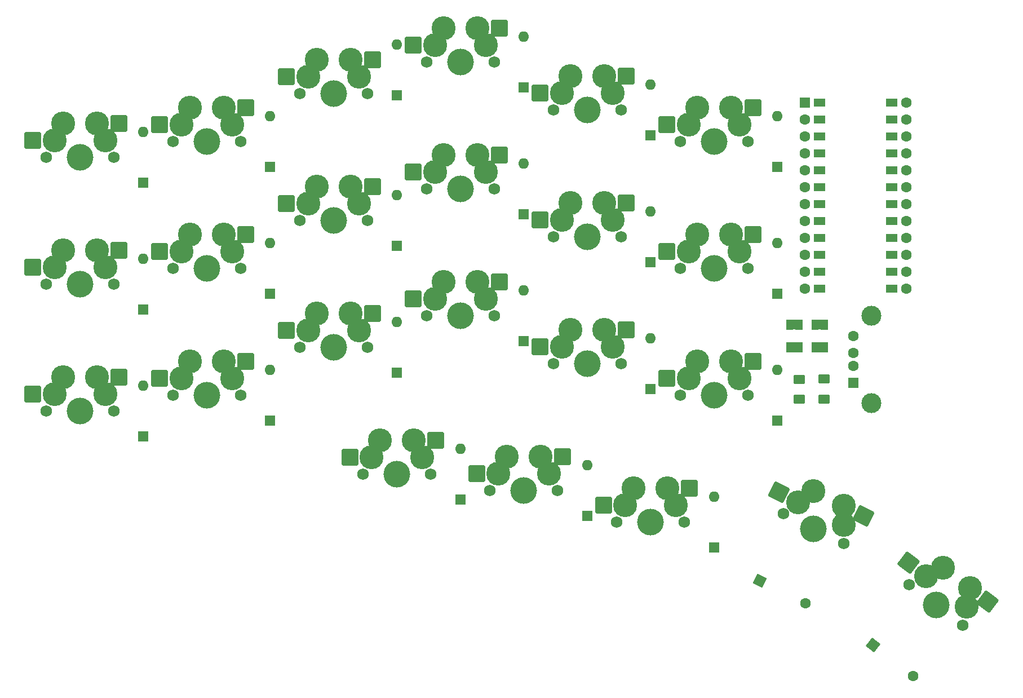
<source format=gbr>
%TF.GenerationSoftware,KiCad,Pcbnew,9.0.2*%
%TF.CreationDate,2025-06-30T19:49:53-10:00*%
%TF.ProjectId,jug,6a75672e-6b69-4636-9164-5f7063625858,rev?*%
%TF.SameCoordinates,Original*%
%TF.FileFunction,Soldermask,Bot*%
%TF.FilePolarity,Negative*%
%FSLAX46Y46*%
G04 Gerber Fmt 4.6, Leading zero omitted, Abs format (unit mm)*
G04 Created by KiCad (PCBNEW 9.0.2) date 2025-06-30 19:49:53*
%MOMM*%
%LPD*%
G01*
G04 APERTURE LIST*
G04 Aperture macros list*
%AMRoundRect*
0 Rectangle with rounded corners*
0 $1 Rounding radius*
0 $2 $3 $4 $5 $6 $7 $8 $9 X,Y pos of 4 corners*
0 Add a 4 corners polygon primitive as box body*
4,1,4,$2,$3,$4,$5,$6,$7,$8,$9,$2,$3,0*
0 Add four circle primitives for the rounded corners*
1,1,$1+$1,$2,$3*
1,1,$1+$1,$4,$5*
1,1,$1+$1,$6,$7*
1,1,$1+$1,$8,$9*
0 Add four rect primitives between the rounded corners*
20,1,$1+$1,$2,$3,$4,$5,0*
20,1,$1+$1,$4,$5,$6,$7,0*
20,1,$1+$1,$6,$7,$8,$9,0*
20,1,$1+$1,$8,$9,$2,$3,0*%
%AMHorizOval*
0 Thick line with rounded ends*
0 $1 width*
0 $2 $3 position (X,Y) of the first rounded end (center of the circle)*
0 $4 $5 position (X,Y) of the second rounded end (center of the circle)*
0 Add line between two ends*
20,1,$1,$2,$3,$4,$5,0*
0 Add two circle primitives to create the rounded ends*
1,1,$1,$2,$3*
1,1,$1,$4,$5*%
%AMRotRect*
0 Rectangle, with rotation*
0 The origin of the aperture is its center*
0 $1 length*
0 $2 width*
0 $3 Rotation angle, in degrees counterclockwise*
0 Add horizontal line*
21,1,$1,$2,0,0,$3*%
%AMFreePoly0*
4,1,6,0.600000,-0.200000,0.600000,-0.400000,-0.600000,-0.400000,-0.600000,-0.200000,0.000000,0.400000,0.600000,-0.200000,0.600000,-0.200000,$1*%
%AMFreePoly1*
4,1,6,0.600000,-1.000000,0.000000,-0.400000,-0.600000,-1.000000,-0.600000,0.250000,0.600000,0.250000,0.600000,-1.000000,0.600000,-1.000000,$1*%
%AMFreePoly2*
4,1,6,1.000000,0.000000,0.500000,-0.750000,-0.500000,-0.750000,-0.500000,0.750000,0.500000,0.750000,1.000000,0.000000,1.000000,0.000000,$1*%
%AMFreePoly3*
4,1,6,0.500000,-0.750000,-0.650000,-0.750000,-0.150000,0.000000,-0.650000,0.750000,0.500000,0.750000,0.500000,-0.750000,0.500000,-0.750000,$1*%
G04 Aperture macros list end*
%ADD10C,0.200000*%
%ADD11C,0.000000*%
%ADD12RoundRect,0.250001X0.624999X-0.462499X0.624999X0.462499X-0.624999X0.462499X-0.624999X-0.462499X0*%
%ADD13RoundRect,0.250000X-1.025000X-1.000000X1.025000X-1.000000X1.025000X1.000000X-1.025000X1.000000X0*%
%ADD14C,1.750000*%
%ADD15C,4.000000*%
%ADD16C,3.600000*%
%ADD17RoundRect,0.250000X-1.363506X-0.437582X0.471110X-1.352287X1.363506X0.437582X-0.471110X1.352287X0*%
%ADD18RoundRect,0.250000X-1.421196X-0.175576X0.210608X-1.416428X1.421196X0.175576X-0.210608X1.416428X0*%
%ADD19R,1.600000X1.600000*%
%ADD20O,1.600000X1.600000*%
%ADD21C,1.600000*%
%ADD22FreePoly0,90.000000*%
%ADD23FreePoly0,270.000000*%
%ADD24FreePoly1,90.000000*%
%ADD25FreePoly1,270.000000*%
%ADD26FreePoly2,0.000000*%
%ADD27FreePoly3,0.000000*%
%ADD28C,3.000000*%
%ADD29R,1.500000X1.600000*%
%ADD30HorizOval,1.600000X0.000000X0.000000X0.000000X0.000000X0*%
%ADD31HorizOval,1.600000X0.000000X0.000000X0.000000X0.000000X0*%
%ADD32RotRect,1.600000X1.600000X153.500000*%
%ADD33RotRect,1.600000X1.600000X333.500000*%
%ADD34HorizOval,1.600000X0.000000X0.000000X0.000000X0.000000X0*%
%ADD35HorizOval,1.600000X0.000000X0.000000X0.000000X0.000000X0*%
%ADD36RotRect,1.600000X1.600000X322.250000*%
%ADD37RotRect,1.600000X1.600000X142.250000*%
G04 APERTURE END LIST*
D10*
%TO.C,U2*%
X178140000Y-32768000D02*
X177124001Y-32768000D01*
X177124000Y-31752000D01*
X178140001Y-31752000D01*
X178140000Y-32768000D01*
G36*
X178140000Y-32768000D02*
G01*
X177124001Y-32768000D01*
X177124000Y-31752000D01*
X178140001Y-31752000D01*
X178140000Y-32768000D01*
G37*
X178140000Y-35308000D02*
X177124000Y-35308000D01*
X177124000Y-34292000D01*
X178140000Y-34292000D01*
X178140000Y-35308000D01*
G36*
X178140000Y-35308000D02*
G01*
X177124000Y-35308000D01*
X177124000Y-34292000D01*
X178140000Y-34292000D01*
X178140000Y-35308000D01*
G37*
X178140000Y-40388000D02*
X177124000Y-40388000D01*
X177124000Y-39372000D01*
X178140000Y-39372000D01*
X178140000Y-40388000D01*
G36*
X178140000Y-40388000D02*
G01*
X177124000Y-40388000D01*
X177124000Y-39372000D01*
X178140000Y-39372000D01*
X178140000Y-40388000D01*
G37*
X178140000Y-42928000D02*
X177124000Y-42927999D01*
X177124000Y-41912000D01*
X178140000Y-41911999D01*
X178140000Y-42928000D01*
G36*
X178140000Y-42928000D02*
G01*
X177124000Y-42927999D01*
X177124000Y-41912000D01*
X178140000Y-41911999D01*
X178140000Y-42928000D01*
G37*
X178140000Y-44452001D02*
X178140000Y-45468000D01*
X177124000Y-45468001D01*
X177124000Y-44452000D01*
X178140000Y-44452001D01*
G36*
X178140000Y-44452001D02*
G01*
X178140000Y-45468000D01*
X177124000Y-45468001D01*
X177124000Y-44452000D01*
X178140000Y-44452001D01*
G37*
X178140000Y-46992000D02*
X178140000Y-48007999D01*
X177124000Y-48008000D01*
X177124000Y-46991999D01*
X178140000Y-46992000D01*
G36*
X178140000Y-46992000D02*
G01*
X178140000Y-48007999D01*
X177124000Y-48008000D01*
X177124000Y-46991999D01*
X178140000Y-46992000D01*
G37*
X178140000Y-50548001D02*
X177124000Y-50548000D01*
X177124000Y-49532001D01*
X178140000Y-49532000D01*
X178140000Y-50548001D01*
G36*
X178140000Y-50548001D02*
G01*
X177124000Y-50548000D01*
X177124000Y-49532001D01*
X178140000Y-49532000D01*
X178140000Y-50548001D01*
G37*
X178140000Y-53088000D02*
X177124000Y-53088000D01*
X177124000Y-52072000D01*
X178140000Y-52072000D01*
X178140000Y-53088000D01*
G36*
X178140000Y-53088000D02*
G01*
X177124000Y-53088000D01*
X177124000Y-52072000D01*
X178140000Y-52072000D01*
X178140000Y-53088000D01*
G37*
X178140000Y-55628000D02*
X177124001Y-55628000D01*
X177124000Y-54612000D01*
X178140001Y-54612000D01*
X178140000Y-55628000D01*
G36*
X178140000Y-55628000D02*
G01*
X177124001Y-55628000D01*
X177124000Y-54612000D01*
X178140001Y-54612000D01*
X178140000Y-55628000D01*
G37*
X178140000Y-58168000D02*
X177124000Y-58168000D01*
X177124000Y-57152000D01*
X178140000Y-57152000D01*
X178140000Y-58168000D01*
G36*
X178140000Y-58168000D02*
G01*
X177124000Y-58168000D01*
X177124000Y-57152000D01*
X178140000Y-57152000D01*
X178140000Y-58168000D01*
G37*
X178140001Y-37848000D02*
X177124000Y-37848000D01*
X177124001Y-36832000D01*
X178140000Y-36832000D01*
X178140001Y-37848000D01*
G36*
X178140001Y-37848000D02*
G01*
X177124000Y-37848000D01*
X177124001Y-36832000D01*
X178140000Y-36832000D01*
X178140001Y-37848000D01*
G37*
X178140001Y-60708000D02*
X177124000Y-60708000D01*
X177124001Y-59692000D01*
X178140000Y-59692000D01*
X178140001Y-60708000D01*
G36*
X178140001Y-60708000D02*
G01*
X177124000Y-60708000D01*
X177124001Y-59692000D01*
X178140000Y-59692000D01*
X178140001Y-60708000D01*
G37*
X189315999Y-32768000D02*
X188300000Y-32768000D01*
X188299999Y-31752000D01*
X189316000Y-31752000D01*
X189315999Y-32768000D01*
G36*
X189315999Y-32768000D02*
G01*
X188300000Y-32768000D01*
X188299999Y-31752000D01*
X189316000Y-31752000D01*
X189315999Y-32768000D01*
G37*
X189315999Y-55628000D02*
X188300000Y-55628000D01*
X188299999Y-54612000D01*
X189316000Y-54612000D01*
X189315999Y-55628000D01*
G36*
X189315999Y-55628000D02*
G01*
X188300000Y-55628000D01*
X188299999Y-54612000D01*
X189316000Y-54612000D01*
X189315999Y-55628000D01*
G37*
X189316000Y-35308000D02*
X188300000Y-35308000D01*
X188300000Y-34292000D01*
X189316000Y-34292000D01*
X189316000Y-35308000D01*
G36*
X189316000Y-35308000D02*
G01*
X188300000Y-35308000D01*
X188300000Y-34292000D01*
X189316000Y-34292000D01*
X189316000Y-35308000D01*
G37*
X189316000Y-37848000D02*
X188299999Y-37848000D01*
X188300000Y-36832000D01*
X189315999Y-36832000D01*
X189316000Y-37848000D01*
G36*
X189316000Y-37848000D02*
G01*
X188299999Y-37848000D01*
X188300000Y-36832000D01*
X189315999Y-36832000D01*
X189316000Y-37848000D01*
G37*
X189316000Y-40388000D02*
X188300000Y-40388000D01*
X188300000Y-39372000D01*
X189316000Y-39372000D01*
X189316000Y-40388000D01*
G36*
X189316000Y-40388000D02*
G01*
X188300000Y-40388000D01*
X188300000Y-39372000D01*
X189316000Y-39372000D01*
X189316000Y-40388000D01*
G37*
X189316000Y-41912000D02*
X189316000Y-42927999D01*
X188300000Y-42928000D01*
X188300000Y-41911999D01*
X189316000Y-41912000D01*
G36*
X189316000Y-41912000D02*
G01*
X189316000Y-42927999D01*
X188300000Y-42928000D01*
X188300000Y-41911999D01*
X189316000Y-41912000D01*
G37*
X189316000Y-45468001D02*
X188300000Y-45468000D01*
X188300000Y-44452001D01*
X189316000Y-44452000D01*
X189316000Y-45468001D01*
G36*
X189316000Y-45468001D02*
G01*
X188300000Y-45468000D01*
X188300000Y-44452001D01*
X189316000Y-44452000D01*
X189316000Y-45468001D01*
G37*
X189316000Y-48008000D02*
X188300000Y-48007999D01*
X188300000Y-46992000D01*
X189316000Y-46991999D01*
X189316000Y-48008000D01*
G36*
X189316000Y-48008000D02*
G01*
X188300000Y-48007999D01*
X188300000Y-46992000D01*
X189316000Y-46991999D01*
X189316000Y-48008000D01*
G37*
X189316000Y-49532001D02*
X189316000Y-50548000D01*
X188300000Y-50548001D01*
X188300000Y-49532000D01*
X189316000Y-49532001D01*
G36*
X189316000Y-49532001D02*
G01*
X189316000Y-50548000D01*
X188300000Y-50548001D01*
X188300000Y-49532000D01*
X189316000Y-49532001D01*
G37*
X189316000Y-53088000D02*
X188300000Y-53088000D01*
X188300000Y-52072000D01*
X189316000Y-52072000D01*
X189316000Y-53088000D01*
G36*
X189316000Y-53088000D02*
G01*
X188300000Y-53088000D01*
X188300000Y-52072000D01*
X189316000Y-52072000D01*
X189316000Y-53088000D01*
G37*
X189316000Y-58168000D02*
X188300000Y-58168000D01*
X188300000Y-57152000D01*
X189316000Y-57152000D01*
X189316000Y-58168000D01*
G36*
X189316000Y-58168000D02*
G01*
X188300000Y-58168000D01*
X188300000Y-57152000D01*
X189316000Y-57152000D01*
X189316000Y-58168000D01*
G37*
X189316000Y-60708000D02*
X188299999Y-60708000D01*
X188300000Y-59692000D01*
X189315999Y-59692000D01*
X189316000Y-60708000D01*
G36*
X189316000Y-60708000D02*
G01*
X188299999Y-60708000D01*
X188300000Y-59692000D01*
X189315999Y-59692000D01*
X189316000Y-60708000D01*
G37*
D11*
%TO.C,JP4*%
G36*
X179025000Y-66350000D02*
G01*
X176575000Y-66350000D01*
X176575000Y-64850000D01*
X179025000Y-64850000D01*
X179025000Y-66350000D01*
G37*
%TO.C,JP7*%
G36*
X175225000Y-69750000D02*
G01*
X172775000Y-69750000D01*
X172775000Y-68250000D01*
X175225000Y-68250000D01*
X175225000Y-69750000D01*
G37*
%TO.C,JP8*%
G36*
X179025000Y-69750000D02*
G01*
X176575000Y-69750000D01*
X176575000Y-68250000D01*
X179025000Y-68250000D01*
X179025000Y-69750000D01*
G37*
%TO.C,JP3*%
G36*
X175225000Y-66350000D02*
G01*
X172775000Y-66350000D01*
X172775000Y-64850000D01*
X175225000Y-64850000D01*
X175225000Y-66350000D01*
G37*
%TD*%
D12*
%TO.C,D24*%
X174676400Y-73807900D03*
X174676400Y-76782900D03*
%TD*%
D13*
%TO.C,S21*%
X145318200Y-92712000D03*
D14*
X147323200Y-95252000D03*
D15*
X152403200Y-95252000D03*
D14*
X157483200Y-95252000D03*
D13*
X158245200Y-90172000D03*
D16*
X148593200Y-92712000D03*
X149863200Y-90172000D03*
X154943200Y-90172000D03*
X156213200Y-92712000D03*
%TD*%
D13*
%TO.C,S1*%
X59591400Y-37942100D03*
D14*
X61596400Y-40482100D03*
D15*
X66676400Y-40482100D03*
D14*
X71756400Y-40482100D03*
D13*
X72518400Y-35402100D03*
D16*
X62866400Y-37942100D03*
X64136400Y-35402100D03*
X69216400Y-35402100D03*
X70486400Y-37942100D03*
%TD*%
D13*
%TO.C,S2*%
X78641800Y-35560800D03*
D14*
X80646800Y-38100800D03*
D15*
X85726800Y-38100800D03*
D14*
X90806800Y-38100800D03*
D13*
X91568800Y-33020800D03*
D16*
X81916800Y-35560800D03*
X83186800Y-33020800D03*
X88266800Y-33020800D03*
X89536800Y-35560800D03*
%TD*%
D13*
%TO.C,S3*%
X97692200Y-28416900D03*
D14*
X99697200Y-30956900D03*
D15*
X104777200Y-30956900D03*
D14*
X109857200Y-30956900D03*
D13*
X110619200Y-25876900D03*
D16*
X100967200Y-28416900D03*
X102237200Y-25876900D03*
X107317200Y-25876900D03*
X108587200Y-28416900D03*
%TD*%
D13*
%TO.C,S4*%
X116742600Y-23654300D03*
D14*
X118747600Y-26194300D03*
D15*
X123827600Y-26194300D03*
D14*
X128907600Y-26194300D03*
D13*
X129669600Y-21114300D03*
D16*
X120017600Y-23654300D03*
X121287600Y-21114300D03*
X126367600Y-21114300D03*
X127637600Y-23654300D03*
%TD*%
D13*
%TO.C,S5*%
X135793000Y-30798200D03*
D14*
X137798000Y-33338200D03*
D15*
X142878000Y-33338200D03*
D14*
X147958000Y-33338200D03*
D13*
X148720000Y-28258200D03*
D16*
X139068000Y-30798200D03*
X140338000Y-28258200D03*
X145418000Y-28258200D03*
X146688000Y-30798200D03*
%TD*%
D13*
%TO.C,S6*%
X154843400Y-35560800D03*
D14*
X156848400Y-38100800D03*
D15*
X161928400Y-38100800D03*
D14*
X167008400Y-38100800D03*
D13*
X167770400Y-33020800D03*
D16*
X158118400Y-35560800D03*
X159388400Y-33020800D03*
X164468400Y-33020800D03*
X165738400Y-35560800D03*
%TD*%
D13*
%TO.C,S7*%
X59591400Y-56992500D03*
D14*
X61596400Y-59532500D03*
D15*
X66676400Y-59532500D03*
D14*
X71756400Y-59532500D03*
D13*
X72518400Y-54452500D03*
D16*
X62866400Y-56992500D03*
X64136400Y-54452500D03*
X69216400Y-54452500D03*
X70486400Y-56992500D03*
%TD*%
D13*
%TO.C,S8*%
X78641800Y-54611200D03*
D14*
X80646800Y-57151200D03*
D15*
X85726800Y-57151200D03*
D14*
X90806800Y-57151200D03*
D13*
X91568800Y-52071200D03*
D16*
X81916800Y-54611200D03*
X83186800Y-52071200D03*
X88266800Y-52071200D03*
X89536800Y-54611200D03*
%TD*%
D13*
%TO.C,S9*%
X97692200Y-47467300D03*
D14*
X99697200Y-50007300D03*
D15*
X104777200Y-50007300D03*
D14*
X109857200Y-50007300D03*
D13*
X110619200Y-44927300D03*
D16*
X100967200Y-47467300D03*
X102237200Y-44927300D03*
X107317200Y-44927300D03*
X108587200Y-47467300D03*
%TD*%
D13*
%TO.C,S10*%
X116742600Y-42704700D03*
D14*
X118747600Y-45244700D03*
D15*
X123827600Y-45244700D03*
D14*
X128907600Y-45244700D03*
D13*
X129669600Y-40164700D03*
D16*
X120017600Y-42704700D03*
X121287600Y-40164700D03*
X126367600Y-40164700D03*
X127637600Y-42704700D03*
%TD*%
D13*
%TO.C,S11*%
X135793000Y-49848600D03*
D14*
X137798000Y-52388600D03*
D15*
X142878000Y-52388600D03*
D14*
X147958000Y-52388600D03*
D13*
X148720000Y-47308600D03*
D16*
X139068000Y-49848600D03*
X140338000Y-47308600D03*
X145418000Y-47308600D03*
X146688000Y-49848600D03*
%TD*%
D13*
%TO.C,S12*%
X154843400Y-54611200D03*
D14*
X156848400Y-57151200D03*
D15*
X161928400Y-57151200D03*
D14*
X167008400Y-57151200D03*
D13*
X167770400Y-52071200D03*
D16*
X158118400Y-54611200D03*
X159388400Y-52071200D03*
X164468400Y-52071200D03*
X165738400Y-54611200D03*
%TD*%
D13*
%TO.C,S13*%
X59591400Y-76042900D03*
D14*
X61596400Y-78582900D03*
D15*
X66676400Y-78582900D03*
D14*
X71756400Y-78582900D03*
D13*
X72518400Y-73502900D03*
D16*
X62866400Y-76042900D03*
X64136400Y-73502900D03*
X69216400Y-73502900D03*
X70486400Y-76042900D03*
%TD*%
D13*
%TO.C,S14*%
X78641800Y-73661600D03*
D14*
X80646800Y-76201600D03*
D15*
X85726800Y-76201600D03*
D14*
X90806800Y-76201600D03*
D13*
X91568800Y-71121600D03*
D16*
X81916800Y-73661600D03*
X83186800Y-71121600D03*
X88266800Y-71121600D03*
X89536800Y-73661600D03*
%TD*%
D13*
%TO.C,S15*%
X97692200Y-66517700D03*
D14*
X99697200Y-69057700D03*
D15*
X104777200Y-69057700D03*
D14*
X109857200Y-69057700D03*
D13*
X110619200Y-63977700D03*
D16*
X100967200Y-66517700D03*
X102237200Y-63977700D03*
X107317200Y-63977700D03*
X108587200Y-66517700D03*
%TD*%
D13*
%TO.C,S16*%
X116742600Y-61755100D03*
D14*
X118747600Y-64295100D03*
D15*
X123827600Y-64295100D03*
D14*
X128907600Y-64295100D03*
D13*
X129669600Y-59215100D03*
D16*
X120017600Y-61755100D03*
X121287600Y-59215100D03*
X126367600Y-59215100D03*
X127637600Y-61755100D03*
%TD*%
D13*
%TO.C,S17*%
X135793000Y-68899000D03*
D14*
X137798000Y-71439000D03*
D15*
X142878000Y-71439000D03*
D14*
X147958000Y-71439000D03*
D13*
X148720000Y-66359000D03*
D16*
X139068000Y-68899000D03*
X140338000Y-66359000D03*
X145418000Y-66359000D03*
X146688000Y-68899000D03*
%TD*%
D13*
%TO.C,S18*%
X154843400Y-73661600D03*
D14*
X156848400Y-76201600D03*
D15*
X161928400Y-76201600D03*
D14*
X167008400Y-76201600D03*
D13*
X167770400Y-71121600D03*
D16*
X158118400Y-73661600D03*
X159388400Y-71121600D03*
X164468400Y-71121600D03*
X165738400Y-73661600D03*
%TD*%
D13*
%TO.C,S19*%
X107217400Y-85568100D03*
D14*
X109222400Y-88108100D03*
D15*
X114302400Y-88108100D03*
D14*
X119382400Y-88108100D03*
D13*
X120144400Y-83028100D03*
D16*
X110492400Y-85568100D03*
X111762400Y-83028100D03*
X116842400Y-83028100D03*
X118112400Y-85568100D03*
%TD*%
D13*
%TO.C,S20*%
X126267800Y-87949400D03*
D14*
X128272800Y-90489400D03*
D15*
X133352800Y-90489400D03*
D14*
X138432800Y-90489400D03*
D13*
X139194800Y-85409400D03*
D16*
X129542800Y-87949400D03*
X130812800Y-85409400D03*
X135892800Y-85409400D03*
X137162800Y-87949400D03*
%TD*%
D17*
%TO.C,S22*%
X171642732Y-90815555D03*
D14*
X172303733Y-93983315D03*
D15*
X176850000Y-96250000D03*
D14*
X181396267Y-98516685D03*
D17*
X184344891Y-94310421D03*
D16*
X174573643Y-92276853D03*
X176843552Y-90570391D03*
X181389818Y-92837076D03*
X181393042Y-95676880D03*
%TD*%
D18*
%TO.C,S23*%
X191147773Y-101389647D03*
D14*
X191206310Y-104625107D03*
D15*
X195250000Y-107700000D03*
D14*
X199293690Y-110774893D03*
D18*
X202975137Y-107192437D03*
D16*
X193754679Y-103371985D03*
X196303048Y-102118863D03*
X200346739Y-105193757D03*
X199820214Y-107984325D03*
%TD*%
D19*
%TO.C,D3*%
X114302400Y-31193800D03*
X114302400Y-31193800D03*
D20*
X114302400Y-23573800D03*
X114302400Y-23573800D03*
%TD*%
D12*
%TO.C,D25*%
X178476400Y-76770400D03*
X178476400Y-73795400D03*
%TD*%
D21*
%TO.C,U2*%
X190840000Y-32260000D03*
D22*
X189062000Y-32260000D03*
D23*
X177378000Y-32260000D03*
D21*
X175600000Y-32260000D03*
D19*
X175600000Y-32260000D03*
D21*
X190840000Y-34800000D03*
D22*
X189062000Y-34800000D03*
D23*
X177378000Y-34800000D03*
D21*
X175600000Y-34800000D03*
X190840000Y-37340000D03*
D22*
X189062000Y-37340000D03*
D23*
X177378000Y-37340000D03*
D21*
X175600000Y-37340000D03*
X190840000Y-39880000D03*
D22*
X189062000Y-39880000D03*
D23*
X177378000Y-39880000D03*
D21*
X175600000Y-39880000D03*
X190840000Y-42420000D03*
D22*
X189062000Y-42420000D03*
D23*
X177378000Y-42420000D03*
D21*
X175600000Y-42420000D03*
X190840000Y-44960000D03*
D22*
X189062000Y-44960000D03*
D23*
X177378000Y-44960000D03*
D21*
X175600000Y-44960000D03*
X190840000Y-47500000D03*
D22*
X189062000Y-47500000D03*
D23*
X177378000Y-47500000D03*
D21*
X175600000Y-47500000D03*
X190840000Y-50040000D03*
D22*
X189062000Y-50040000D03*
D23*
X177378000Y-50040000D03*
D21*
X175600000Y-50040000D03*
X190840000Y-52580000D03*
D22*
X189062000Y-52580000D03*
D23*
X177378000Y-52580000D03*
D21*
X175600000Y-52580000D03*
X190840000Y-55120000D03*
D22*
X189062000Y-55120000D03*
D23*
X177378000Y-55120000D03*
D21*
X175600000Y-55120000D03*
X190840000Y-57660000D03*
D22*
X189062000Y-57660000D03*
D23*
X177378000Y-57660000D03*
D21*
X175600000Y-57660000D03*
X190840000Y-60200000D03*
D22*
X189062000Y-60200000D03*
D23*
X177378000Y-60200000D03*
D21*
X175600000Y-60200000D03*
D24*
X188046000Y-32260000D03*
X188046000Y-34800000D03*
X188046000Y-37340000D03*
X188046000Y-39880000D03*
X188046000Y-42420000D03*
X188046000Y-44960000D03*
X188046000Y-47500000D03*
X188046000Y-50040000D03*
X188046000Y-52580000D03*
X188046000Y-55120000D03*
X188046000Y-57660000D03*
X188046000Y-60200000D03*
D25*
X178394000Y-60200000D03*
X178394000Y-57660000D03*
X178394000Y-55120000D03*
X178394000Y-52580000D03*
X178394000Y-50040000D03*
X178394000Y-47500000D03*
X178394000Y-44960000D03*
X178394000Y-42420000D03*
X178394000Y-39880000D03*
X178394000Y-37340000D03*
X178394000Y-34800000D03*
X178394000Y-32260000D03*
%TD*%
D26*
%TO.C,JP4*%
X177075001Y-65600000D03*
D27*
X178524999Y-65600000D03*
%TD*%
%TO.C,JP7*%
X174724999Y-69000000D03*
D26*
X173275001Y-69000000D03*
%TD*%
D27*
%TO.C,JP8*%
X178524999Y-69000000D03*
D26*
X177075001Y-69000000D03*
%TD*%
%TO.C,JP3*%
X173275001Y-65600000D03*
D27*
X174724999Y-65600000D03*
%TD*%
D28*
%TO.C,J1*%
X185550000Y-64280000D03*
X185550000Y-77420000D03*
D21*
X182840000Y-67350001D03*
X182840000Y-69849999D03*
X182840000Y-71850000D03*
D29*
X182840000Y-74350000D03*
%TD*%
D20*
%TO.C,D16*%
X133352800Y-60485100D03*
X133352800Y-60485100D03*
D19*
X133352800Y-68105100D03*
X133352800Y-68105100D03*
%TD*%
D20*
%TO.C,D7*%
X76201600Y-55722500D03*
X76201600Y-55722500D03*
D19*
X76201600Y-63342500D03*
X76201600Y-63342500D03*
%TD*%
D20*
%TO.C,D17*%
X152403200Y-67629000D03*
X152403200Y-67629000D03*
D19*
X152403200Y-75249000D03*
X152403200Y-75249000D03*
%TD*%
D20*
%TO.C,D21*%
X161928400Y-91442000D03*
X161928400Y-91442000D03*
D19*
X161928400Y-99062000D03*
X161928400Y-99062000D03*
%TD*%
D20*
%TO.C,D6*%
X171453600Y-34290800D03*
X171453600Y-34290800D03*
D19*
X171453600Y-41910800D03*
X171453600Y-41910800D03*
%TD*%
D20*
%TO.C,D18*%
X171453600Y-72391600D03*
X171453600Y-72391600D03*
D19*
X171453600Y-80011600D03*
X171453600Y-80011600D03*
%TD*%
D20*
%TO.C,D1*%
X76201600Y-36672100D03*
X76201600Y-36672100D03*
D19*
X76201600Y-44292100D03*
X76201600Y-44292100D03*
%TD*%
D20*
%TO.C,D10*%
X133352800Y-41434700D03*
X133352800Y-41434700D03*
D19*
X133352800Y-49054700D03*
X133352800Y-49054700D03*
%TD*%
D20*
%TO.C,D15*%
X114302400Y-65247700D03*
X114302400Y-65247700D03*
D19*
X114302400Y-72867700D03*
X114302400Y-72867700D03*
%TD*%
D20*
%TO.C,D12*%
X171453600Y-53341200D03*
X171453600Y-53341200D03*
D19*
X171453600Y-60961200D03*
X171453600Y-60961200D03*
%TD*%
D30*
%TO.C,D22*%
X175609701Y-107450014D03*
D31*
X175609701Y-107450014D03*
D32*
X168790301Y-104049987D03*
D33*
X168790301Y-104049987D03*
%TD*%
D20*
%TO.C,D9*%
X114302400Y-46197300D03*
X114302400Y-46197300D03*
D19*
X114302400Y-53817300D03*
X114302400Y-53817300D03*
%TD*%
D20*
%TO.C,D2*%
X95252000Y-34290800D03*
X95252000Y-34290800D03*
D19*
X95252000Y-41910800D03*
X95252000Y-41910800D03*
%TD*%
D20*
%TO.C,D20*%
X142878000Y-86679400D03*
X142878000Y-86679400D03*
D19*
X142878000Y-94299400D03*
X142878000Y-94299400D03*
%TD*%
D20*
%TO.C,D13*%
X76201600Y-74772900D03*
X76201600Y-74772900D03*
D19*
X76201600Y-82392900D03*
X76201600Y-82392900D03*
%TD*%
D20*
%TO.C,D11*%
X152403200Y-48578600D03*
X152403200Y-48578600D03*
D19*
X152403200Y-56198600D03*
X152403200Y-56198600D03*
%TD*%
D20*
%TO.C,D5*%
X152403200Y-29528200D03*
X152403200Y-29528200D03*
D19*
X152403200Y-37148200D03*
X152403200Y-37148200D03*
%TD*%
D20*
%TO.C,D14*%
X95252000Y-72391600D03*
X95252000Y-72391600D03*
D19*
X95252000Y-80011600D03*
X95252000Y-80011600D03*
%TD*%
D20*
%TO.C,D8*%
X95252000Y-53341200D03*
X95252000Y-53341200D03*
D19*
X95252000Y-60961200D03*
X95252000Y-60961200D03*
%TD*%
D20*
%TO.C,D19*%
X123827600Y-84298100D03*
X123827600Y-84298100D03*
D19*
X123827600Y-91918100D03*
X123827600Y-91918100D03*
%TD*%
D20*
%TO.C,D4*%
X133352800Y-22384300D03*
X133352800Y-22384300D03*
D19*
X133352800Y-30004300D03*
X133352800Y-30004300D03*
%TD*%
D34*
%TO.C,D23*%
X191812528Y-118382549D03*
D35*
X191812528Y-118382549D03*
D36*
X185787473Y-113717453D03*
D37*
X185787473Y-113717453D03*
%TD*%
M02*

</source>
